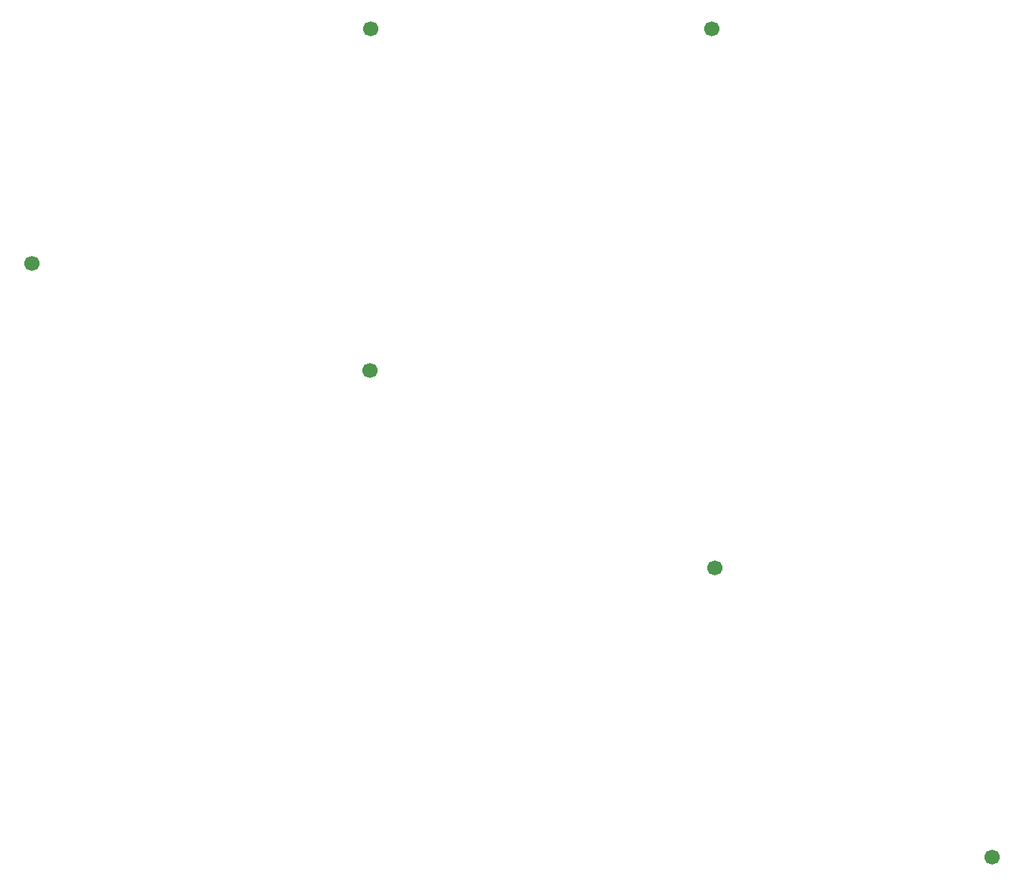
<source format=gts>
G04 #@! TF.GenerationSoftware,KiCad,Pcbnew,(6.0.5)*
G04 #@! TF.CreationDate,2022-10-04T21:25:23-03:00*
G04 #@! TF.ProjectId,bluejay_plate,626c7565-6a61-4795-9f70-6c6174652e6b,rev?*
G04 #@! TF.SameCoordinates,Original*
G04 #@! TF.FileFunction,Soldermask,Top*
G04 #@! TF.FilePolarity,Negative*
%FSLAX46Y46*%
G04 Gerber Fmt 4.6, Leading zero omitted, Abs format (unit mm)*
G04 Created by KiCad (PCBNEW (6.0.5)) date 2022-10-04 21:25:23*
%MOMM*%
%LPD*%
G01*
G04 APERTURE LIST*
%ADD10C,1.700000*%
G04 APERTURE END LIST*
D10*
X40230000Y-63820000D03*
X9000000Y28600000D03*
X-66800000Y2400000D03*
X9300000Y-31520000D03*
X-29150000Y-9550000D03*
X-29090000Y28590000D03*
M02*

</source>
